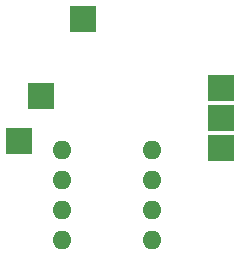
<source format=gbs>
%TF.GenerationSoftware,KiCad,Pcbnew,4.0.4+e1-6308~48~ubuntu16.04.1-stable*%
%TF.CreationDate,2016-10-27T02:54:46-07:00*%
%TF.ProjectId,envelope-gen_LM358_DIP,656E76656C6F70652D67656E5F4C4D33,rev?*%
%TF.FileFunction,Soldermask,Bot*%
%FSLAX46Y46*%
G04 Gerber Fmt 4.6, Leading zero omitted, Abs format (unit mm)*
G04 Created by KiCad (PCBNEW 4.0.4+e1-6308~48~ubuntu16.04.1-stable) date Thu Oct 27 02:54:46 2016*
%MOMM*%
%LPD*%
G01*
G04 APERTURE LIST*
%ADD10C,0.100000*%
%ADD11R,2.235200X2.235200*%
%ADD12O,1.600000X1.600000*%
G04 APERTURE END LIST*
D10*
D11*
X177241200Y-61620400D03*
D12*
X180880000Y-62420000D03*
X180880000Y-64960000D03*
X180880000Y-67500000D03*
X180880000Y-70040000D03*
X188500000Y-70040000D03*
X188500000Y-67500000D03*
X188500000Y-64960000D03*
X188500000Y-62420000D03*
D11*
X194360800Y-59690000D03*
X194360800Y-57150000D03*
X194360800Y-62230000D03*
X179100000Y-57850000D03*
X182700000Y-51300000D03*
M02*

</source>
